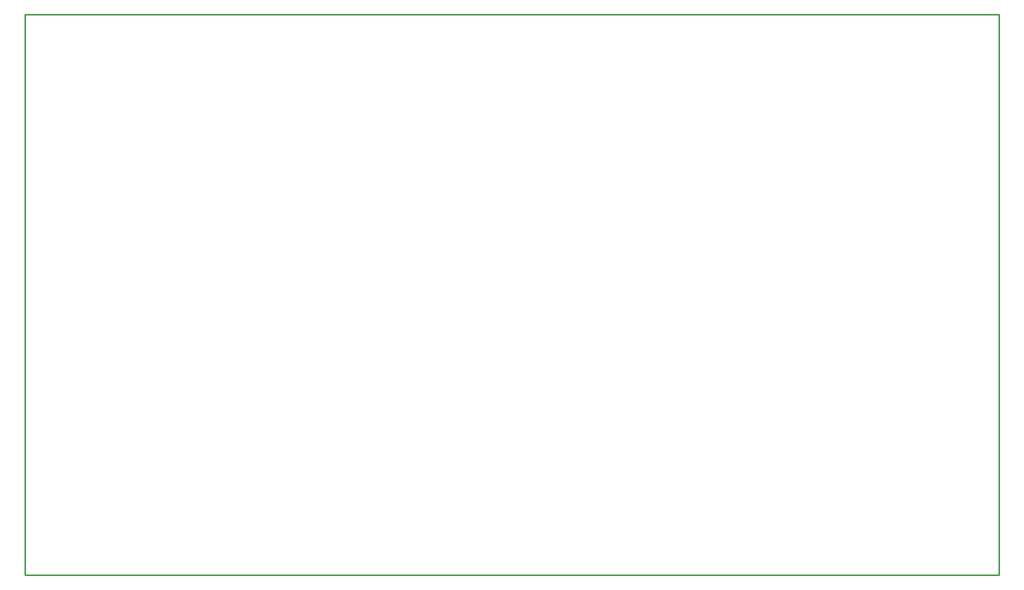
<source format=gko>
G04*
G04 #@! TF.GenerationSoftware,Altium Limited,Altium Designer,20.0.9 (164)*
G04*
G04 Layer_Color=16711935*
%FSLAX25Y25*%
%MOIN*%
G70*
G01*
G75*
%ADD12C,0.01000*%
D12*
X0Y0D02*
X649606D01*
Y374016D01*
X0D02*
X649606D01*
X0Y0D02*
Y374016D01*
M02*

</source>
